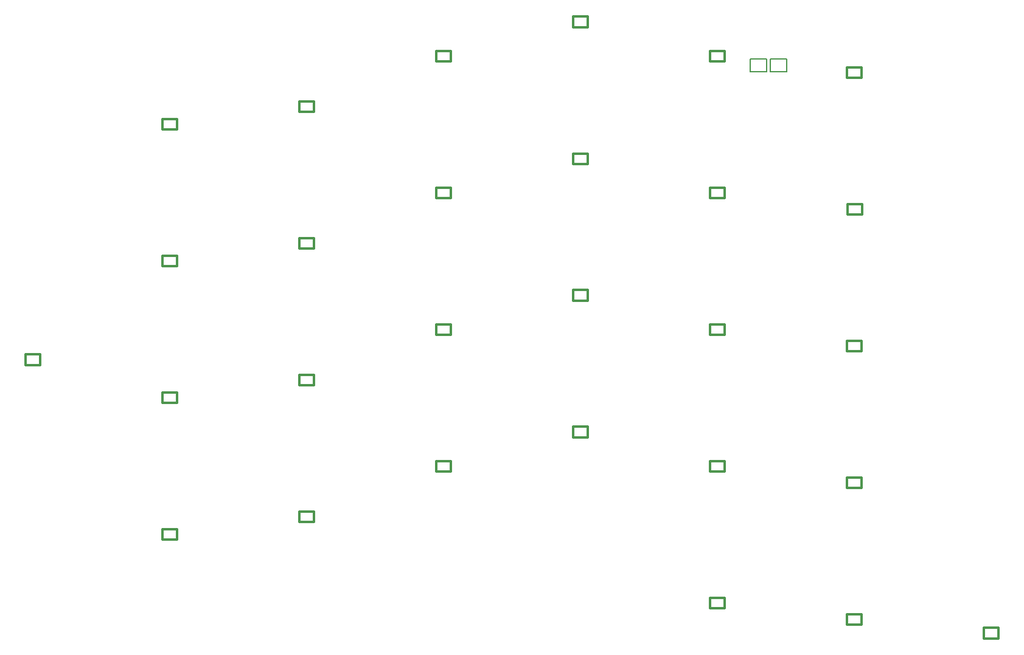
<source format=gbr>
G04 #@! TF.GenerationSoftware,KiCad,Pcbnew,(5.0.2)-1*
G04 #@! TF.CreationDate,2019-03-25T20:18:58+08:00*
G04 #@! TF.ProjectId,JiranSecondTry,4a697261-6e53-4656-936f-6e645472792e,rev?*
G04 #@! TF.SameCoordinates,Original*
G04 #@! TF.FileFunction,Legend,Bot*
G04 #@! TF.FilePolarity,Positive*
%FSLAX46Y46*%
G04 Gerber Fmt 4.6, Leading zero omitted, Abs format (unit mm)*
G04 Created by KiCad (PCBNEW (5.0.2)-1) date 25/03/2019 20:18:58*
%MOMM*%
%LPD*%
G01*
G04 APERTURE LIST*
%ADD10C,0.300000*%
%ADD11C,0.150000*%
G04 APERTURE END LIST*
D10*
G04 #@! TO.C,L1*
X152655000Y-48850000D02*
X152655000Y-50300000D01*
X152655000Y-50300000D02*
X150605000Y-50300000D01*
X150605000Y-50300000D02*
X150605000Y-48850000D01*
X150605000Y-48850000D02*
X152655000Y-48850000D01*
G04 #@! TO.C,L2*
X169655000Y-46375000D02*
X171705000Y-46375000D01*
X169655000Y-47825000D02*
X169655000Y-46375000D01*
X171705000Y-47825000D02*
X169655000Y-47825000D01*
X171705000Y-46375000D02*
X171705000Y-47825000D01*
G04 #@! TO.C,L3*
X190780000Y-39325000D02*
X190780000Y-40775000D01*
X190780000Y-40775000D02*
X188730000Y-40775000D01*
X188730000Y-40775000D02*
X188730000Y-39325000D01*
X188730000Y-39325000D02*
X190780000Y-39325000D01*
G04 #@! TO.C,L4*
X207755000Y-34550000D02*
X209805000Y-34550000D01*
X207755000Y-36000000D02*
X207755000Y-34550000D01*
X209805000Y-36000000D02*
X207755000Y-36000000D01*
X209805000Y-34550000D02*
X209805000Y-36000000D01*
G04 #@! TO.C,L5*
X226805000Y-39325000D02*
X228855000Y-39325000D01*
X226805000Y-40775000D02*
X226805000Y-39325000D01*
X228855000Y-40775000D02*
X226805000Y-40775000D01*
X228855000Y-39325000D02*
X228855000Y-40775000D01*
G04 #@! TO.C,L6*
X247930000Y-41600000D02*
X247930000Y-43050000D01*
X247930000Y-43050000D02*
X245880000Y-43050000D01*
X245880000Y-43050000D02*
X245880000Y-41600000D01*
X245880000Y-41600000D02*
X247930000Y-41600000D01*
G04 #@! TO.C,L7*
X150605000Y-67900000D02*
X152655000Y-67900000D01*
X150605000Y-69350000D02*
X150605000Y-67900000D01*
X152655000Y-69350000D02*
X150605000Y-69350000D01*
X152655000Y-67900000D02*
X152655000Y-69350000D01*
G04 #@! TO.C,L8*
X171705000Y-65425000D02*
X171705000Y-66875000D01*
X171705000Y-66875000D02*
X169655000Y-66875000D01*
X169655000Y-66875000D02*
X169655000Y-65425000D01*
X169655000Y-65425000D02*
X171705000Y-65425000D01*
G04 #@! TO.C,L9*
X188730000Y-58375000D02*
X190780000Y-58375000D01*
X188730000Y-59825000D02*
X188730000Y-58375000D01*
X190780000Y-59825000D02*
X188730000Y-59825000D01*
X190780000Y-58375000D02*
X190780000Y-59825000D01*
G04 #@! TO.C,L10*
X209805000Y-53625000D02*
X209805000Y-55075000D01*
X209805000Y-55075000D02*
X207755000Y-55075000D01*
X207755000Y-55075000D02*
X207755000Y-53625000D01*
X207755000Y-53625000D02*
X209805000Y-53625000D01*
G04 #@! TO.C,L11*
X226805000Y-58400000D02*
X228855000Y-58400000D01*
X226805000Y-59850000D02*
X226805000Y-58400000D01*
X228855000Y-59850000D02*
X226805000Y-59850000D01*
X228855000Y-58400000D02*
X228855000Y-59850000D01*
G04 #@! TO.C,L12*
X248010000Y-60640000D02*
X248010000Y-62090000D01*
X248010000Y-62090000D02*
X245960000Y-62090000D01*
X245960000Y-62090000D02*
X245960000Y-60640000D01*
X245960000Y-60640000D02*
X248010000Y-60640000D01*
G04 #@! TO.C,L13*
X152655000Y-86950000D02*
X152655000Y-88400000D01*
X152655000Y-88400000D02*
X150605000Y-88400000D01*
X150605000Y-88400000D02*
X150605000Y-86950000D01*
X150605000Y-86950000D02*
X152655000Y-86950000D01*
G04 #@! TO.C,L14*
X169655000Y-84475000D02*
X171705000Y-84475000D01*
X169655000Y-85925000D02*
X169655000Y-84475000D01*
X171705000Y-85925000D02*
X169655000Y-85925000D01*
X171705000Y-84475000D02*
X171705000Y-85925000D01*
G04 #@! TO.C,L15*
X190780000Y-77425000D02*
X190780000Y-78875000D01*
X190780000Y-78875000D02*
X188730000Y-78875000D01*
X188730000Y-78875000D02*
X188730000Y-77425000D01*
X188730000Y-77425000D02*
X190780000Y-77425000D01*
G04 #@! TO.C,L16*
X207755000Y-72650000D02*
X209805000Y-72650000D01*
X207755000Y-74100000D02*
X207755000Y-72650000D01*
X209805000Y-74100000D02*
X207755000Y-74100000D01*
X209805000Y-72650000D02*
X209805000Y-74100000D01*
G04 #@! TO.C,L17*
X228855000Y-77425000D02*
X228855000Y-78875000D01*
X228855000Y-78875000D02*
X226805000Y-78875000D01*
X226805000Y-78875000D02*
X226805000Y-77425000D01*
X226805000Y-77425000D02*
X228855000Y-77425000D01*
G04 #@! TO.C,L18*
X245880000Y-79725000D02*
X247930000Y-79725000D01*
X245880000Y-81175000D02*
X245880000Y-79725000D01*
X247930000Y-81175000D02*
X245880000Y-81175000D01*
X247930000Y-79725000D02*
X247930000Y-81175000D01*
G04 #@! TO.C,L19*
X152655000Y-106000000D02*
X152655000Y-107450000D01*
X152655000Y-107450000D02*
X150605000Y-107450000D01*
X150605000Y-107450000D02*
X150605000Y-106000000D01*
X150605000Y-106000000D02*
X152655000Y-106000000D01*
G04 #@! TO.C,L20*
X169655000Y-103525000D02*
X171705000Y-103525000D01*
X169655000Y-104975000D02*
X169655000Y-103525000D01*
X171705000Y-104975000D02*
X169655000Y-104975000D01*
X171705000Y-103525000D02*
X171705000Y-104975000D01*
G04 #@! TO.C,L21*
X190780000Y-96475000D02*
X190780000Y-97925000D01*
X190780000Y-97925000D02*
X188730000Y-97925000D01*
X188730000Y-97925000D02*
X188730000Y-96475000D01*
X188730000Y-96475000D02*
X190780000Y-96475000D01*
G04 #@! TO.C,L22*
X207755000Y-91700000D02*
X209805000Y-91700000D01*
X207755000Y-93150000D02*
X207755000Y-91700000D01*
X209805000Y-93150000D02*
X207755000Y-93150000D01*
X209805000Y-91700000D02*
X209805000Y-93150000D01*
G04 #@! TO.C,L23*
X228855000Y-96475000D02*
X228855000Y-97925000D01*
X228855000Y-97925000D02*
X226805000Y-97925000D01*
X226805000Y-97925000D02*
X226805000Y-96475000D01*
X226805000Y-96475000D02*
X228855000Y-96475000D01*
G04 #@! TO.C,L24*
X245880000Y-98750000D02*
X247930000Y-98750000D01*
X245880000Y-100200000D02*
X245880000Y-98750000D01*
X247930000Y-100200000D02*
X245880000Y-100200000D01*
X247930000Y-98750000D02*
X247930000Y-100200000D01*
G04 #@! TO.C,L25*
X133605000Y-81625000D02*
X133605000Y-83075000D01*
X133605000Y-83075000D02*
X131555000Y-83075000D01*
X131555000Y-83075000D02*
X131555000Y-81625000D01*
X131555000Y-81625000D02*
X133605000Y-81625000D01*
G04 #@! TO.C,L26*
X228855000Y-115525000D02*
X228855000Y-116975000D01*
X228855000Y-116975000D02*
X226805000Y-116975000D01*
X226805000Y-116975000D02*
X226805000Y-115525000D01*
X226805000Y-115525000D02*
X228855000Y-115525000D01*
G04 #@! TO.C,L27*
X245880000Y-117825000D02*
X247930000Y-117825000D01*
X245880000Y-119275000D02*
X245880000Y-117825000D01*
X247930000Y-119275000D02*
X245880000Y-119275000D01*
X247930000Y-117825000D02*
X247930000Y-119275000D01*
G04 #@! TO.C,L28*
X266980000Y-119725000D02*
X266980000Y-121175000D01*
X266980000Y-121175000D02*
X264930000Y-121175000D01*
X264930000Y-121175000D02*
X264930000Y-119725000D01*
X264930000Y-119725000D02*
X266980000Y-119725000D01*
D11*
G04 #@! TO.C,JP2*
X232407000Y-42239000D02*
X234693000Y-42239000D01*
X234693000Y-42239000D02*
X234693000Y-40461000D01*
X234693000Y-40461000D02*
X232407000Y-40461000D01*
X232407000Y-40461000D02*
X232407000Y-42239000D01*
G04 #@! TO.C,JP5*
X235207000Y-40461000D02*
X235207000Y-42239000D01*
X237493000Y-40461000D02*
X235207000Y-40461000D01*
X237493000Y-42239000D02*
X237493000Y-40461000D01*
X235207000Y-42239000D02*
X237493000Y-42239000D01*
G04 #@! TO.C,U1*
G04 #@! TD*
M02*

</source>
